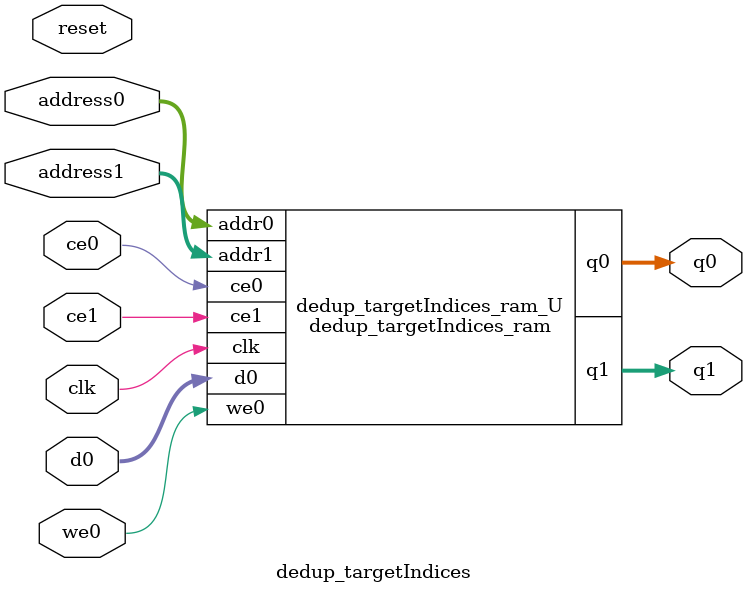
<source format=v>

`timescale 1 ns / 1 ps
module dedup_targetIndices_ram (addr0, ce0, d0, we0, q0, addr1, ce1, q1,  clk);

parameter DWIDTH = 32;
parameter AWIDTH = 3;
parameter MEM_SIZE = 7;

input[AWIDTH-1:0] addr0;
input ce0;
input[DWIDTH-1:0] d0;
input we0;
output reg[DWIDTH-1:0] q0;
input[AWIDTH-1:0] addr1;
input ce1;
output reg[DWIDTH-1:0] q1;
input clk;

(* ram_style = "distributed" *)reg [DWIDTH-1:0] ram[MEM_SIZE-1:0];




always @(posedge clk)  
begin 
    if (ce0) 
    begin
        if (we0) 
        begin 
            ram[addr0] <= d0; 
            q0 <= d0;
        end 
        else 
            q0 <= ram[addr0];
    end
end


always @(posedge clk)  
begin 
    if (ce1) 
    begin
            q1 <= ram[addr1];
    end
end


endmodule


`timescale 1 ns / 1 ps
module dedup_targetIndices(
    reset,
    clk,
    address0,
    ce0,
    we0,
    d0,
    q0,
    address1,
    ce1,
    q1);

parameter DataWidth = 32'd32;
parameter AddressRange = 32'd7;
parameter AddressWidth = 32'd3;
input reset;
input clk;
input[AddressWidth - 1:0] address0;
input ce0;
input we0;
input[DataWidth - 1:0] d0;
output[DataWidth - 1:0] q0;
input[AddressWidth - 1:0] address1;
input ce1;
output[DataWidth - 1:0] q1;



dedup_targetIndices_ram dedup_targetIndices_ram_U(
    .clk( clk ),
    .addr0( address0 ),
    .ce0( ce0 ),
    .d0( d0 ),
    .we0( we0 ),
    .q0( q0 ),
    .addr1( address1 ),
    .ce1( ce1 ),
    .q1( q1 ));

endmodule


</source>
